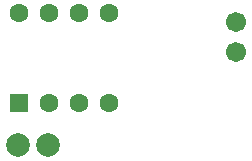
<source format=gbs>
G04 Layer: BottomSolderMaskLayer*
G04 EasyEDA v6.5.44, 2025-04-28 19:25:54*
G04 Gerber Generator version 0.2*
G04 Scale: 100 percent, Rotated: No, Reflected: No *
G04 Dimensions in millimeters *
G04 leading zeros omitted , absolute positions ,4 integer and 5 decimal *
%FSLAX45Y45*%
%MOMM*%

%AMMACRO1*4,1,8,-0.7711,-0.8009,-0.8009,-0.7709,-0.8009,0.7711,-0.7711,0.8009,0.7709,0.8009,0.8009,0.7711,0.8009,-0.7709,0.7709,-0.8009,-0.7711,-0.8009,0*%
%ADD10C,2.0032*%
%ADD11MACRO1*%
%ADD12C,1.6016*%
%ADD13C,1.7016*%

%LPD*%
D10*
G01*
X1104900Y5346700D03*
G01*
X1358900Y5346700D03*
D11*
G01*
X1115593Y5702300D03*
D12*
G01*
X1369595Y5702300D03*
G01*
X1623595Y5702300D03*
G01*
X1877595Y5702300D03*
G01*
X1115595Y6464300D03*
G01*
X1369595Y6464300D03*
G01*
X1623595Y6464300D03*
G01*
X1877595Y6464300D03*
D13*
G01*
X2951012Y6388100D03*
G01*
X2951012Y6133795D03*
M02*

</source>
